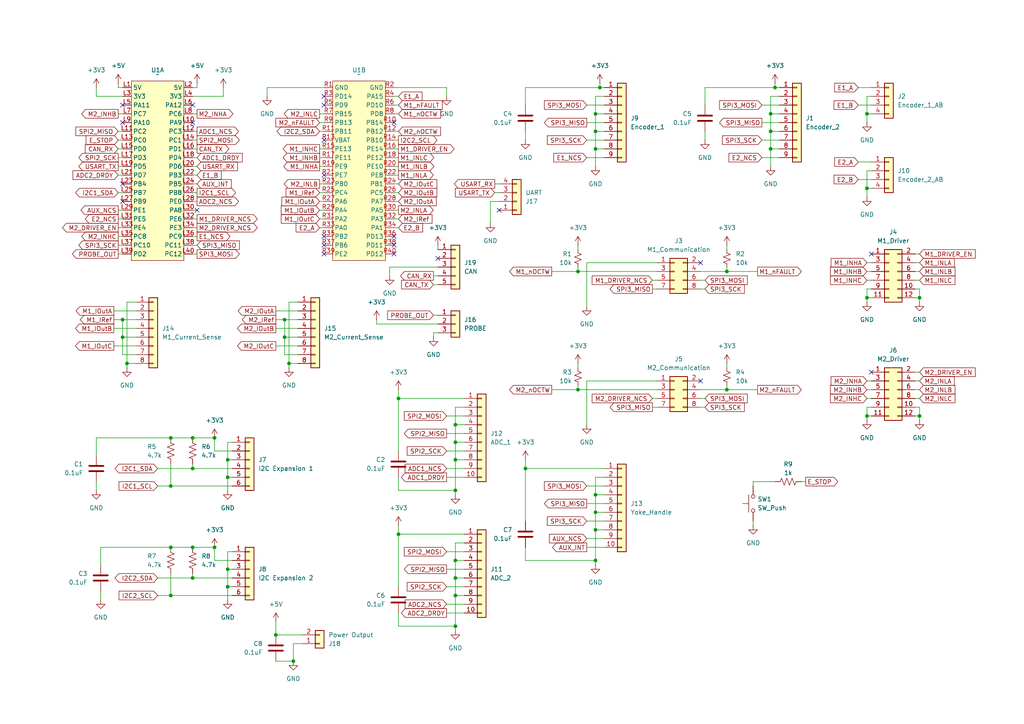
<source format=kicad_sch>
(kicad_sch (version 20250114) (generator "eeschema") (generator_version "9.0")
  (paper "A4")
  (junction (at 172.72 38.1))
  (junction (at 132.08 128.27))
  (junction (at 83.82 105.41))
  (junction (at 66.04 165.1))
  (junction (at 49.53 158.75))
  (junction (at 49.53 172.72))
  (junction (at 80.01 184.15))
  (junction (at 172.72 33.02))
  (junction (at 35.56 92.71))
  (junction (at 132.08 181.61))
  (junction (at 82.55 92.71))
  (junction (at 210.82 78.74))
  (junction (at 36.83 105.41))
  (junction (at 66.04 133.35))
  (junction (at 35.56 97.79))
  (junction (at 115.57 115.57))
  (junction (at 167.64 78.74))
  (junction (at 85.09 191.77))
  (junction (at 132.08 142.24))
  (junction (at 266.7 120.65))
  (junction (at 132.08 123.19))
  (junction (at 251.46 33.02))
  (junction (at 55.88 135.89))
  (junction (at 223.52 33.02))
  (junction (at 132.08 172.72))
  (junction (at 223.52 38.1))
  (junction (at 115.57 154.94))
  (junction (at 55.88 167.64))
  (junction (at 66.04 138.43))
  (junction (at 172.72 162.56))
  (junction (at 62.23 158.75))
  (junction (at 172.72 43.18))
  (junction (at 251.46 54.61))
  (junction (at 210.82 113.03))
  (junction (at 173.99 25.4))
  (junction (at 167.64 113.03))
  (junction (at 62.23 127))
  (junction (at 223.52 43.18))
  (junction (at 172.72 153.67))
  (junction (at 172.72 143.51))
  (junction (at 66.04 170.18))
  (junction (at 132.08 167.64))
  (junction (at 224.79 25.4))
  (junction (at 251.46 120.65))
  (junction (at 172.72 148.59))
  (junction (at 152.4 135.89))
  (junction (at 55.88 127))
  (junction (at 82.55 97.79))
  (junction (at 132.08 133.35))
  (junction (at 55.88 158.75))
  (junction (at 49.53 140.97))
  (junction (at 266.7 86.36))
  (junction (at 251.46 86.36))
  (junction (at 132.08 162.56))
  (junction (at 49.53 127))
  (no_connect (at 252.73 107.95))
  (no_connect (at 93.98 71.12))
  (no_connect (at 55.88 35.56))
  (no_connect (at 93.98 50.8))
  (no_connect (at 114.3 71.12))
  (no_connect (at 93.98 68.58))
  (no_connect (at 35.56 58.42))
  (no_connect (at 93.98 27.94))
  (no_connect (at 35.56 35.56))
  (no_connect (at 252.73 73.66))
  (no_connect (at 127 74.93))
  (no_connect (at 35.56 53.34))
  (no_connect (at 114.3 68.58))
  (no_connect (at 93.98 40.64))
  (no_connect (at 55.88 30.48))
  (no_connect (at 57.15 60.96))
  (no_connect (at 93.98 73.66))
  (no_connect (at 93.98 30.48))
  (no_connect (at 144.78 60.96))
  (no_connect (at 35.56 30.48))
  (no_connect (at 203.2 110.49))
  (no_connect (at 114.3 73.66))
  (no_connect (at 203.2 76.2))
  (no_connect (at 114.3 35.56))
  (wire (pts (xy 251.46 120.65) (xy 252.73 120.65)))
  (wire (pts (xy 82.55 97.79) (xy 86.36 97.79)))
  (wire (pts (xy 33.02 92.71) (xy 35.56 92.71)))
  (wire (pts (xy 220.98 30.48) (xy 226.06 30.48)))
  (wire (pts (xy 92.71 58.42) (xy 93.98 58.42)))
  (wire (pts (xy 223.52 43.18) (xy 226.06 43.18)))
  (wire (pts (xy 172.72 43.18) (xy 175.26 43.18)))
  (wire (pts (xy 55.88 45.72) (xy 57.15 45.72)))
  (wire (pts (xy 218.44 151.13) (xy 218.44 152.4)))
  (wire (pts (xy 35.56 102.87) (xy 39.37 102.87)))
  (wire (pts (xy 66.04 160.02) (xy 66.04 165.1)))
  (wire (pts (xy 223.52 33.02) (xy 226.06 33.02)))
  (wire (pts (xy 55.88 135.89) (xy 67.31 135.89)))
  (wire (pts (xy 55.88 58.42) (xy 57.15 58.42)))
  (wire (pts (xy 115.57 154.94) (xy 115.57 170.18)))
  (wire (pts (xy 34.29 68.58) (xy 35.56 68.58)))
  (wire (pts (xy 266.7 83.82) (xy 266.7 86.36)))
  (wire (pts (xy 27.94 139.7) (xy 27.94 142.24)))
  (wire (pts (xy 170.18 40.64) (xy 175.26 40.64)))
  (wire (pts (xy 210.82 77.47) (xy 210.82 78.74)))
  (wire (pts (xy 114.3 25.4) (xy 129.54 25.4)))
  (wire (pts (xy 57.15 48.26) (xy 55.88 48.26)))
  (wire (pts (xy 80.01 100.33) (xy 86.36 100.33)))
  (wire (pts (xy 265.43 76.2) (xy 266.7 76.2)))
  (wire (pts (xy 92.71 55.88) (xy 93.98 55.88)))
  (wire (pts (xy 210.82 113.03) (xy 219.71 113.03)))
  (wire (pts (xy 115.57 27.94) (xy 114.3 27.94)))
  (wire (pts (xy 172.72 143.51) (xy 172.72 148.59)))
  (wire (pts (xy 92.71 35.56) (xy 93.98 35.56)))
  (wire (pts (xy 49.53 172.72) (xy 67.31 172.72)))
  (wire (pts (xy 204.47 38.1) (xy 204.47 40.64)))
  (wire (pts (xy 57.15 40.64) (xy 55.88 40.64)))
  (wire (pts (xy 83.82 105.41) (xy 83.82 106.68)))
  (wire (pts (xy 170.18 76.2) (xy 170.18 88.9)))
  (wire (pts (xy 115.57 152.4) (xy 115.57 154.94)))
  (wire (pts (xy 132.08 142.24) (xy 132.08 143.51)))
  (wire (pts (xy 55.88 167.64) (xy 67.31 167.64)))
  (wire (pts (xy 83.82 87.63) (xy 83.82 105.41)))
  (wire (pts (xy 170.18 110.49) (xy 170.18 123.19)))
  (wire (pts (xy 55.88 25.4) (xy 57.15 25.4)))
  (wire (pts (xy 132.08 162.56) (xy 132.08 167.64)))
  (wire (pts (xy 86.36 87.63) (xy 83.82 87.63)))
  (wire (pts (xy 80.01 184.15) (xy 87.63 184.15)))
  (wire (pts (xy 115.57 45.72) (xy 114.3 45.72)))
  (wire (pts (xy 173.99 24.13) (xy 173.99 25.4)))
  (wire (pts (xy 175.26 27.94) (xy 172.72 27.94)))
  (wire (pts (xy 265.43 110.49) (xy 266.7 110.49)))
  (wire (pts (xy 251.46 54.61) (xy 252.73 54.61)))
  (wire (pts (xy 34.29 73.66) (xy 35.56 73.66)))
  (wire (pts (xy 64.77 27.94) (xy 55.88 27.94)))
  (wire (pts (xy 189.23 81.28) (xy 190.5 81.28)))
  (wire (pts (xy 115.57 115.57) (xy 134.62 115.57)))
  (wire (pts (xy 27.94 132.08) (xy 27.94 127)))
  (wire (pts (xy 34.29 66.04) (xy 35.56 66.04)))
  (wire (pts (xy 175.26 138.43) (xy 172.72 138.43)))
  (wire (pts (xy 172.72 148.59) (xy 175.26 148.59)))
  (wire (pts (xy 34.29 24.13) (xy 34.29 25.4)))
  (wire (pts (xy 134.62 157.48) (xy 132.08 157.48)))
  (wire (pts (xy 210.82 71.12) (xy 210.82 72.39)))
  (wire (pts (xy 210.82 105.41) (xy 210.82 106.68)))
  (wire (pts (xy 34.29 45.72) (xy 35.56 45.72)))
  (wire (pts (xy 92.71 45.72) (xy 93.98 45.72)))
  (wire (pts (xy 82.55 92.71) (xy 86.36 92.71)))
  (wire (pts (xy 210.82 78.74) (xy 219.71 78.74)))
  (wire (pts (xy 115.57 50.8) (xy 114.3 50.8)))
  (wire (pts (xy 115.57 43.18) (xy 114.3 43.18)))
  (wire (pts (xy 248.92 25.4) (xy 252.73 25.4)))
  (wire (pts (xy 33.02 90.17) (xy 39.37 90.17)))
  (wire (pts (xy 55.88 53.34) (xy 57.15 53.34)))
  (wire (pts (xy 220.98 45.72) (xy 226.06 45.72)))
  (wire (pts (xy 66.04 165.1) (xy 66.04 170.18)))
  (wire (pts (xy 34.29 71.12) (xy 35.56 71.12)))
  (wire (pts (xy 62.23 127) (xy 62.23 130.81)))
  (wire (pts (xy 66.04 165.1) (xy 67.31 165.1)))
  (wire (pts (xy 114.3 38.1) (xy 115.57 38.1)))
  (wire (pts (xy 152.4 133.35) (xy 152.4 135.89)))
  (wire (pts (xy 172.72 153.67) (xy 172.72 162.56)))
  (wire (pts (xy 129.54 138.43) (xy 134.62 138.43)))
  (wire (pts (xy 34.29 33.02) (xy 35.56 33.02)))
  (wire (pts (xy 49.53 172.72) (xy 45.72 172.72)))
  (wire (pts (xy 125.73 80.01) (xy 127 80.01)))
  (wire (pts (xy 45.72 135.89) (xy 55.88 135.89)))
  (wire (pts (xy 223.52 38.1) (xy 223.52 43.18)))
  (wire (pts (xy 265.43 115.57) (xy 266.7 115.57)))
  (wire (pts (xy 129.54 160.02) (xy 134.62 160.02)))
  (wire (pts (xy 134.62 118.11) (xy 132.08 118.11)))
  (wire (pts (xy 57.15 68.58) (xy 55.88 68.58)))
  (wire (pts (xy 125.73 91.44) (xy 127 91.44)))
  (wire (pts (xy 57.15 60.96) (xy 55.88 60.96)))
  (wire (pts (xy 92.71 48.26) (xy 93.98 48.26)))
  (wire (pts (xy 115.57 40.64) (xy 114.3 40.64)))
  (wire (pts (xy 172.72 27.94) (xy 172.72 33.02)))
  (wire (pts (xy 266.7 86.36) (xy 266.7 87.63)))
  (wire (pts (xy 203.2 118.11) (xy 204.47 118.11)))
  (wire (pts (xy 92.71 66.04) (xy 93.98 66.04)))
  (wire (pts (xy 55.88 127) (xy 62.23 127)))
  (wire (pts (xy 223.52 33.02) (xy 223.52 38.1)))
  (wire (pts (xy 34.29 63.5) (xy 35.56 63.5)))
  (wire (pts (xy 92.71 38.1) (xy 93.98 38.1)))
  (wire (pts (xy 152.4 30.48) (xy 152.4 25.4)))
  (wire (pts (xy 142.24 58.42) (xy 142.24 64.77)))
  (wire (pts (xy 129.54 135.89) (xy 134.62 135.89)))
  (wire (pts (xy 251.46 27.94) (xy 251.46 33.02)))
  (wire (pts (xy 218.44 139.7) (xy 218.44 140.97)))
  (wire (pts (xy 251.46 120.65) (xy 251.46 121.92)))
  (wire (pts (xy 132.08 133.35) (xy 132.08 142.24)))
  (wire (pts (xy 29.21 171.45) (xy 29.21 173.99)))
  (wire (pts (xy 27.94 27.94) (xy 35.56 27.94)))
  (wire (pts (xy 57.15 38.1) (xy 55.88 38.1)))
  (wire (pts (xy 160.02 78.74) (xy 167.64 78.74)))
  (wire (pts (xy 170.18 140.97) (xy 175.26 140.97)))
  (wire (pts (xy 132.08 123.19) (xy 134.62 123.19)))
  (wire (pts (xy 115.57 58.42) (xy 114.3 58.42)))
  (wire (pts (xy 170.18 45.72) (xy 175.26 45.72)))
  (wire (pts (xy 223.52 38.1) (xy 226.06 38.1)))
  (wire (pts (xy 252.73 83.82) (xy 251.46 83.82)))
  (wire (pts (xy 224.79 25.4) (xy 226.06 25.4)))
  (wire (pts (xy 57.15 25.4) (xy 57.15 24.13)))
  (wire (pts (xy 80.01 90.17) (xy 86.36 90.17)))
  (wire (pts (xy 189.23 115.57) (xy 190.5 115.57)))
  (wire (pts (xy 80.01 95.25) (xy 86.36 95.25)))
  (wire (pts (xy 34.29 55.88) (xy 35.56 55.88)))
  (wire (pts (xy 36.83 105.41) (xy 36.83 106.68)))
  (wire (pts (xy 132.08 181.61) (xy 132.08 182.88)))
  (wire (pts (xy 34.29 38.1) (xy 35.56 38.1)))
  (wire (pts (xy 57.15 71.12) (xy 55.88 71.12)))
  (wire (pts (xy 66.04 170.18) (xy 66.04 173.99)))
  (wire (pts (xy 248.92 46.99) (xy 252.73 46.99)))
  (wire (pts (xy 251.46 118.11) (xy 251.46 120.65)))
  (wire (pts (xy 170.18 156.21) (xy 175.26 156.21)))
  (wire (pts (xy 248.92 52.07) (xy 252.73 52.07)))
  (wire (pts (xy 115.57 53.34) (xy 114.3 53.34)))
  (wire (pts (xy 115.57 181.61) (xy 132.08 181.61)))
  (wire (pts (xy 129.54 175.26) (xy 134.62 175.26)))
  (wire (pts (xy 129.54 130.81) (xy 134.62 130.81)))
  (wire (pts (xy 170.18 151.13) (xy 175.26 151.13)))
  (wire (pts (xy 83.82 105.41) (xy 86.36 105.41)))
  (wire (pts (xy 34.29 43.18) (xy 35.56 43.18)))
  (wire (pts (xy 265.43 73.66) (xy 266.7 73.66)))
  (wire (pts (xy 109.22 92.71) (xy 109.22 93.98)))
  (wire (pts (xy 115.57 154.94) (xy 134.62 154.94)))
  (wire (pts (xy 265.43 118.11) (xy 266.7 118.11)))
  (wire (pts (xy 129.54 177.8) (xy 134.62 177.8)))
  (wire (pts (xy 57.15 33.02) (xy 55.88 33.02)))
  (wire (pts (xy 127 96.52) (xy 125.73 96.52)))
  (wire (pts (xy 87.63 186.69) (xy 85.09 186.69)))
  (wire (pts (xy 232.41 139.7) (xy 233.68 139.7)))
  (wire (pts (xy 251.46 113.03) (xy 252.73 113.03)))
  (wire (pts (xy 64.77 25.4) (xy 64.77 27.94)))
  (wire (pts (xy 92.71 33.02) (xy 93.98 33.02)))
  (wire (pts (xy 85.09 186.69) (xy 85.09 191.77)))
  (wire (pts (xy 223.52 27.94) (xy 223.52 33.02)))
  (wire (pts (xy 152.4 135.89) (xy 175.26 135.89)))
  (wire (pts (xy 33.02 95.25) (xy 39.37 95.25)))
  (wire (pts (xy 251.46 76.2) (xy 252.73 76.2)))
  (wire (pts (xy 125.73 96.52) (xy 125.73 97.79)))
  (wire (pts (xy 143.51 53.34) (xy 144.78 53.34)))
  (wire (pts (xy 204.47 30.48) (xy 204.47 25.4)))
  (wire (pts (xy 132.08 133.35) (xy 134.62 133.35)))
  (wire (pts (xy 220.98 35.56) (xy 226.06 35.56)))
  (wire (pts (xy 35.56 92.71) (xy 39.37 92.71)))
  (wire (pts (xy 29.21 163.83) (xy 29.21 158.75)))
  (wire (pts (xy 252.73 27.94) (xy 251.46 27.94)))
  (wire (pts (xy 172.72 33.02) (xy 175.26 33.02)))
  (wire (pts (xy 92.71 63.5) (xy 93.98 63.5)))
  (wire (pts (xy 35.56 97.79) (xy 35.56 102.87)))
  (wire (pts (xy 66.04 138.43) (xy 66.04 142.24)))
  (wire (pts (xy 115.57 115.57) (xy 115.57 130.81)))
  (wire (pts (xy 55.88 134.62) (xy 55.88 135.89)))
  (wire (pts (xy 49.53 140.97) (xy 45.72 140.97)))
  (wire (pts (xy 132.08 128.27) (xy 132.08 133.35)))
  (wire (pts (xy 66.04 138.43) (xy 67.31 138.43)))
  (wire (pts (xy 152.4 158.75) (xy 152.4 162.56)))
  (wire (pts (xy 49.53 134.62) (xy 49.53 140.97)))
  (wire (pts (xy 204.47 25.4) (xy 224.79 25.4)))
  (wire (pts (xy 114.3 30.48) (xy 115.57 30.48)))
  (wire (pts (xy 57.15 73.66) (xy 55.88 73.66)))
  (wire (pts (xy 251.46 115.57) (xy 252.73 115.57)))
  (wire (pts (xy 172.72 43.18) (xy 172.72 48.26)))
  (wire (pts (xy 251.46 83.82) (xy 251.46 86.36)))
  (wire (pts (xy 251.46 33.02) (xy 251.46 35.56)))
  (wire (pts (xy 252.73 49.53) (xy 251.46 49.53)))
  (wire (pts (xy 265.43 81.28) (xy 266.7 81.28)))
  (wire (pts (xy 129.54 170.18) (xy 134.62 170.18)))
  (wire (pts (xy 152.4 25.4) (xy 173.99 25.4)))
  (wire (pts (xy 265.43 78.74) (xy 266.7 78.74)))
  (wire (pts (xy 251.46 86.36) (xy 252.73 86.36)))
  (wire (pts (xy 167.64 111.76) (xy 167.64 113.03)))
  (wire (pts (xy 93.98 25.4) (xy 77.47 25.4)))
  (wire (pts (xy 203.2 81.28) (xy 204.47 81.28)))
  (wire (pts (xy 144.78 58.42) (xy 142.24 58.42)))
  (wire (pts (xy 226.06 27.94) (xy 223.52 27.94)))
  (wire (pts (xy 66.04 170.18) (xy 67.31 170.18)))
  (wire (pts (xy 49.53 158.75) (xy 55.88 158.75)))
  (wire (pts (xy 129.54 125.73) (xy 134.62 125.73)))
  (wire (pts (xy 251.46 33.02) (xy 252.73 33.02)))
  (wire (pts (xy 266.7 118.11) (xy 266.7 120.65)))
  (wire (pts (xy 203.2 83.82) (xy 204.47 83.82)))
  (wire (pts (xy 62.23 130.81) (xy 67.31 130.81)))
  (wire (pts (xy 49.53 140.97) (xy 67.31 140.97)))
  (wire (pts (xy 129.54 120.65) (xy 134.62 120.65)))
  (wire (pts (xy 66.04 133.35) (xy 67.31 133.35)))
  (wire (pts (xy 132.08 123.19) (xy 132.08 128.27)))
  (wire (pts (xy 80.01 180.34) (xy 80.01 184.15)))
  (wire (pts (xy 170.18 35.56) (xy 175.26 35.56)))
  (wire (pts (xy 172.72 162.56) (xy 172.72 163.83)))
  (wire (pts (xy 210.82 111.76) (xy 210.82 113.03)))
  (wire (pts (xy 170.18 146.05) (xy 175.26 146.05)))
  (wire (pts (xy 167.64 78.74) (xy 190.5 78.74)))
  (wire (pts (xy 27.94 127) (xy 49.53 127)))
  (wire (pts (xy 160.02 113.03) (xy 167.64 113.03)))
  (wire (pts (xy 218.44 139.7) (xy 224.79 139.7)))
  (wire (pts (xy 167.64 77.47) (xy 167.64 78.74)))
  (wire (pts (xy 35.56 97.79) (xy 39.37 97.79)))
  (wire (pts (xy 92.71 43.18) (xy 93.98 43.18)))
  (wire (pts (xy 251.46 110.49) (xy 252.73 110.49)))
  (wire (pts (xy 45.72 167.64) (xy 55.88 167.64)))
  (wire (pts (xy 77.47 25.4) (xy 77.47 27.94)))
  (wire (pts (xy 152.4 135.89) (xy 152.4 151.13)))
  (wire (pts (xy 172.72 38.1) (xy 172.72 43.18)))
  (wire (pts (xy 82.55 97.79) (xy 82.55 102.87)))
  (wire (pts (xy 92.71 60.96) (xy 93.98 60.96)))
  (wire (pts (xy 172.72 148.59) (xy 172.72 153.67)))
  (wire (pts (xy 115.57 138.43) (xy 115.57 142.24)))
  (wire (pts (xy 266.7 120.65) (xy 265.43 120.65)))
  (wire (pts (xy 189.23 83.82) (xy 190.5 83.82)))
  (wire (pts (xy 172.72 138.43) (xy 172.72 143.51)))
  (wire (pts (xy 62.23 158.75) (xy 62.23 162.56)))
  (wire (pts (xy 265.43 107.95) (xy 266.7 107.95)))
  (wire (pts (xy 29.21 158.75) (xy 49.53 158.75)))
  (wire (pts (xy 67.31 128.27) (xy 66.04 128.27)))
  (wire (pts (xy 129.54 165.1) (xy 134.62 165.1)))
  (wire (pts (xy 190.5 76.2) (xy 170.18 76.2)))
  (wire (pts (xy 132.08 167.64) (xy 132.08 172.72)))
  (wire (pts (xy 115.57 177.8) (xy 115.57 181.61)))
  (wire (pts (xy 39.37 87.63) (xy 36.83 87.63)))
  (wire (pts (xy 203.2 115.57) (xy 204.47 115.57)))
  (wire (pts (xy 127 77.47) (xy 113.03 77.47)))
  (wire (pts (xy 62.23 162.56) (xy 67.31 162.56)))
  (wire (pts (xy 203.2 78.74) (xy 210.82 78.74)))
  (wire (pts (xy 115.57 66.04) (xy 114.3 66.04)))
  (wire (pts (xy 57.15 63.5) (xy 55.88 63.5)))
  (wire (pts (xy 49.53 127) (xy 55.88 127)))
  (wire (pts (xy 265.43 83.82) (xy 266.7 83.82)))
  (wire (pts (xy 167.64 105.41) (xy 167.64 106.68)))
  (wire (pts (xy 127 71.12) (xy 127 72.39)))
  (wire (pts (xy 27.94 25.4) (xy 27.94 27.94)))
  (wire (pts (xy 55.88 43.18) (xy 57.15 43.18)))
  (wire (pts (xy 152.4 162.56) (xy 172.72 162.56)))
  (wire (pts (xy 132.08 172.72) (xy 132.08 181.61)))
  (wire (pts (xy 55.88 158.75) (xy 62.23 158.75)))
  (wire (pts (xy 33.02 100.33) (xy 39.37 100.33)))
  (wire (pts (xy 67.31 160.02) (xy 66.04 160.02)))
  (wire (pts (xy 113.03 77.47) (xy 113.03 80.01)))
  (wire (pts (xy 170.18 30.48) (xy 175.26 30.48)))
  (wire (pts (xy 57.15 55.88) (xy 55.88 55.88)))
  (wire (pts (xy 115.57 48.26) (xy 114.3 48.26)))
  (wire (pts (xy 172.72 38.1) (xy 175.26 38.1)))
  (wire (pts (xy 115.57 55.88) (xy 114.3 55.88)))
  (wire (pts (xy 248.92 30.48) (xy 252.73 30.48)))
  (wire (pts (xy 129.54 25.4) (xy 129.54 27.94)))
  (wire (pts (xy 170.18 158.75) (xy 175.26 158.75)))
  (wire (pts (xy 132.08 118.11) (xy 132.08 123.19)))
  (wire (pts (xy 125.73 82.55) (xy 127 82.55)))
  (wire (pts (xy 190.5 110.49) (xy 170.18 110.49)))
  (wire (pts (xy 172.72 153.67) (xy 175.26 153.67)))
  (wire (pts (xy 36.83 105.41) (xy 39.37 105.41)))
  (wire (pts (xy 251.46 78.74) (xy 252.73 78.74)))
  (wire (pts (xy 66.04 128.27) (xy 66.04 133.35)))
  (wire (pts (xy 251.46 86.36) (xy 251.46 87.63)))
  (wire (pts (xy 251.46 49.53) (xy 251.46 54.61)))
  (wire (pts (xy 251.46 81.28) (xy 252.73 81.28)))
  (wire (pts (xy 114.3 33.02) (xy 115.57 33.02)))
  (wire (pts (xy 34.29 40.64) (xy 35.56 40.64)))
  (wire (pts (xy 132.08 162.56) (xy 134.62 162.56)))
  (wire (pts (xy 80.01 92.71) (xy 82.55 92.71)))
  (wire (pts (xy 266.7 86.36) (xy 265.43 86.36)))
  (wire (pts (xy 143.51 55.88) (xy 144.78 55.88)))
  (wire (pts (xy 189.23 118.11) (xy 190.5 118.11)))
  (wire (pts (xy 127 93.98) (xy 109.22 93.98)))
  (wire (pts (xy 115.57 142.24) (xy 132.08 142.24)))
  (wire (pts (xy 132.08 167.64) (xy 134.62 167.64)))
  (wire (pts (xy 132.08 157.48) (xy 132.08 162.56)))
  (wire (pts (xy 34.29 25.4) (xy 35.56 25.4)))
  (wire (pts (xy 132.08 172.72) (xy 134.62 172.72)))
  (wire (pts (xy 57.15 66.04) (xy 55.88 66.04)))
  (wire (pts (xy 252.73 118.11) (xy 251.46 118.11)))
  (wire (pts (xy 173.99 25.4) (xy 175.26 25.4)))
  (wire (pts (xy 266.7 120.65) (xy 266.7 121.92)))
  (wire (pts (xy 34.29 48.26) (xy 35.56 48.26)))
  (wire (pts (xy 57.15 50.8) (xy 55.88 50.8)))
  (wire (pts (xy 251.46 54.61) (xy 251.46 57.15)))
  (wire (pts (xy 82.55 92.71) (xy 82.55 97.79)))
  (wire (pts (xy 80.01 191.77) (xy 85.09 191.77)))
  (wire (pts (xy 220.98 40.64) (xy 226.06 40.64)))
  (wire (pts (xy 172.72 143.51) (xy 175.26 143.51)))
  (wire (pts (xy 167.64 71.12) (xy 167.64 72.39)))
  (wire (pts (xy 203.2 113.03) (xy 210.82 113.03)))
  (wire (pts (xy 34.29 50.8) (xy 35.56 50.8)))
  (wire (pts (xy 223.52 43.18) (xy 223.52 48.26)))
  (wire (pts (xy 92.71 53.34) (xy 93.98 53.34)))
  (wire (pts (xy 115.57 113.03) (xy 115.57 115.57)))
  (wire (pts (xy 34.29 60.96) (xy 35.56 60.96)))
  (wire (pts (xy 35.56 92.71) (xy 35.56 97.79)))
  (wire (pts (xy 82.55 102.87) (xy 86.36 102.87)))
  (wire (pts (xy 49.53 166.37) (xy 49.53 172.72)))
  (wire (pts (xy 115.57 60.96) (xy 114.3 60.96)))
  (wire (pts (xy 167.64 113.03) (xy 190.5 113.03)))
  (wire (pts (xy 132.08 128.27) (xy 134.62 128.27)))
  (wire (pts (xy 115.57 63.5) (xy 114.3 63.5)))
  (wire (pts (xy 172.72 33.02) (xy 172.72 38.1)))
  (wire (pts (xy 36.83 87.63) (xy 36.83 105.41)))
  (wire (pts (xy 224.79 24.13) (xy 224.79 25.4)))
  (wire (pts (xy 66.04 133.35) (xy 66.04 138.43)))
  (wire (pts (xy 265.43 113.03) (xy 266.7 113.03)))
  (wire (pts (xy 152.4 38.1) (xy 152.4 40.64)))
  (wire (pts (xy 55.88 166.37) (xy 55.88 167.64)))
  (global_label "SPI2_MISO" (shape output) (at 129.54 125.73 180) (property "Intersheetrefs" "${INTERSHEET_REFS}" (effects (hide yes))))
  (global_label "M2_IOutC" (shape output) (at 80.01 100.33 180) (property "Intersheetrefs" "${INTERSHEET_REFS}" (effects (hide yes))))
  (global_label "M1_INHC" (shape output) (at 92.71 43.18 180) (property "Intersheetrefs" "${INTERSHEET_REFS}" (effects (hide yes))))
  (global_label "AUX_NCS" (shape input) (at 170.18 156.21 180) (property "Intersheetrefs" "${INTERSHEET_REFS}" (effects (hide yes))))
  (global_label "SPI2_MISO" (shape output) (at 129.54 165.1 180) (property "Intersheetrefs" "${INTERSHEET_REFS}" (effects (hide yes))))
  (global_label "M1_INHB" (shape input) (at 251.46 78.74 180) (property "Intersheetrefs" "${INTERSHEET_REFS}" (effects (hide yes))))
  (global_label "M2_INHA" (shape input) (at 251.46 110.49 180) (property "Intersheetrefs" "${INTERSHEET_REFS}" (effects (hide yes))))
  (global_label "I2C1_SDA" (shape bidirectional) (at 45.72 135.89 180) (property "Intersheetrefs" "${INTERSHEET_REFS}" (effects (hide yes))))
  (global_label "CAN_RX" (shape output) (at 125.73 80.01 180) (property "Intersheetrefs" "${INTERSHEET_REFS}" (effects (hide yes))))
  (global_label "E2_A" (shape input) (at 92.71 66.04 180) (property "Intersheetrefs" "${INTERSHEET_REFS}" (effects (hide yes))))
  (global_label "SPI2_SCK" (shape output) (at 34.29 45.72 180) (property "Intersheetrefs" "${INTERSHEET_REFS}" (effects (hide yes))))
  (global_label "I2C1_SDA" (shape bidirectional) (at 34.29 55.88 180) (property "Intersheetrefs" "${INTERSHEET_REFS}" (effects (hide yes))))
  (global_label "M2_INLB" (shape input) (at 266.7 113.03 0) (property "Intersheetrefs" "${INTERSHEET_REFS}" (effects (hide yes))))
  (global_label "M2_DRIVER_EN" (shape input) (at 266.7 107.95 0) (property "Intersheetrefs" "${INTERSHEET_REFS}" (effects (hide yes))))
  (global_label "M2_IRef" (shape input) (at 115.57 63.5 0) (property "Intersheetrefs" "${INTERSHEET_REFS}" (effects (hide yes))))
  (global_label "M1_INHC" (shape input) (at 251.46 81.28 180) (property "Intersheetrefs" "${INTERSHEET_REFS}" (effects (hide yes))))
  (global_label "M1_INLC" (shape input) (at 266.7 81.28 0) (property "Intersheetrefs" "${INTERSHEET_REFS}" (effects (hide yes))))
  (global_label "M2_IOutC" (shape input) (at 115.57 53.34 0) (property "Intersheetrefs" "${INTERSHEET_REFS}" (effects (hide yes))))
  (global_label "SPI3_SCK" (shape input) (at 204.47 118.11 0) (property "Intersheetrefs" "${INTERSHEET_REFS}" (effects (hide yes))))
  (global_label "M2_INLC" (shape output) (at 92.71 33.02 180) (property "Intersheetrefs" "${INTERSHEET_REFS}" (effects (hide yes))))
  (global_label "M1_DRIVER_NCS" (shape output) (at 57.15 63.5 0) (property "Intersheetrefs" "${INTERSHEET_REFS}" (effects (hide yes))))
  (global_label "SPI3_MOSI" (shape input) (at 204.47 81.28 0) (property "Intersheetrefs" "${INTERSHEET_REFS}" (effects (hide yes))))
  (global_label "E1_NCS" (shape input) (at 170.18 45.72 180) (property "Intersheetrefs" "${INTERSHEET_REFS}" (effects (hide yes))))
  (global_label "E1_A" (shape input) (at 248.92 25.4 180) (property "Intersheetrefs" "${INTERSHEET_REFS}" (effects (hide yes))))
  (global_label "ADC1_NCS" (shape output) (at 57.15 38.1 0) (property "Intersheetrefs" "${INTERSHEET_REFS}" (effects (hide yes))))
  (global_label "ADC1_DRDY" (shape input) (at 57.15 45.72 0) (property "Intersheetrefs" "${INTERSHEET_REFS}" (effects (hide yes))))
  (global_label "M1_nFAULT" (shape input) (at 115.57 30.48 0) (property "Intersheetrefs" "${INTERSHEET_REFS}" (effects (hide yes))))
  (global_label "M2_IOutB" (shape output) (at 80.01 95.25 180) (property "Intersheetrefs" "${INTERSHEET_REFS}" (effects (hide yes))))
  (global_label "SPI3_MOSI" (shape input) (at 170.18 30.48 180) (property "Intersheetrefs" "${INTERSHEET_REFS}" (effects (hide yes))))
  (global_label "CAN_TX" (shape input) (at 125.73 82.55 180) (property "Intersheetrefs" "${INTERSHEET_REFS}" (effects (hide yes))))
  (global_label "SPI3_MOSI" (shape input) (at 204.47 115.57 0) (property "Intersheetrefs" "${INTERSHEET_REFS}" (effects (hide yes))))
  (global_label "M2_INLA" (shape output) (at 115.57 60.96 0) (property "Intersheetrefs" "${INTERSHEET_REFS}" (effects (hide yes))))
  (global_label "M1_DRIVER_EN" (shape input) (at 266.7 73.66 0) (property "Intersheetrefs" "${INTERSHEET_REFS}" (effects (hide yes))))
  (global_label "SPI3_SCK" (shape input) (at 220.98 40.64 180) (property "Intersheetrefs" "${INTERSHEET_REFS}" (effects (hide yes))))
  (global_label "M2_INHB" (shape output) (at 34.29 33.02 180) (property "Intersheetrefs" "${INTERSHEET_REFS}" (effects (hide yes))))
  (global_label "USART_RX" (shape output) (at 143.51 53.34 180) (property "Intersheetrefs" "${INTERSHEET_REFS}" (effects (hide yes))))
  (global_label "SPI3_SCK" (shape input) (at 170.18 40.64 180) (property "Intersheetrefs" "${INTERSHEET_REFS}" (effects (hide yes))))
  (global_label "E_STOP" (shape output) (at 233.68 139.7 0) (property "Intersheetrefs" "${INTERSHEET_REFS}" (effects (hide yes))))
  (global_label "ADC1_DRDY" (shape output) (at 129.54 138.43 180) (property "Intersheetrefs" "${INTERSHEET_REFS}" (effects (hide yes))))
  (global_label "M1_IOutA" (shape input) (at 92.71 58.42 180) (property "Intersheetrefs" "${INTERSHEET_REFS}" (effects (hide yes))))
  (global_label "PROBE_OUT" (shape output) (at 34.29 73.66 180) (property "Intersheetrefs" "${INTERSHEET_REFS}" (effects (hide yes))))
  (global_label "AUX_INT" (shape input) (at 57.15 53.34 0) (property "Intersheetrefs" "${INTERSHEET_REFS}" (effects (hide yes))))
  (global_label "ADC2_DRDY" (shape output) (at 129.54 177.8 180) (property "Intersheetrefs" "${INTERSHEET_REFS}" (effects (hide yes))))
  (global_label "M2_DRIVER_NCS" (shape input) (at 189.23 115.57 180) (property "Intersheetrefs" "${INTERSHEET_REFS}" (effects (hide yes))))
  (global_label "M1_DRIVER_EN" (shape output) (at 115.57 43.18 0) (property "Intersheetrefs" "${INTERSHEET_REFS}" (effects (hide yes))))
  (global_label "E1_B" (shape input) (at 248.92 30.48 180) (property "Intersheetrefs" "${INTERSHEET_REFS}" (effects (hide yes))))
  (global_label "M2_INLB" (shape output) (at 92.71 53.34 180) (property "Intersheetrefs" "${INTERSHEET_REFS}" (effects (hide yes))))
  (global_label "M1_IOutB" (shape input) (at 92.71 60.96 180) (property "Intersheetrefs" "${INTERSHEET_REFS}" (effects (hide yes))))
  (global_label "SPI3_MISO" (shape output) (at 189.23 83.82 180) (property "Intersheetrefs" "${INTERSHEET_REFS}" (effects (hide yes))))
  (global_label "M2_IOutB" (shape input) (at 115.57 55.88 0) (property "Intersheetrefs" "${INTERSHEET_REFS}" (effects (hide yes))))
  (global_label "M1_INLA" (shape output) (at 115.57 50.8 0) (property "Intersheetrefs" "${INTERSHEET_REFS}" (effects (hide yes))))
  (global_label "SPI3_MOSI" (shape input) (at 170.18 140.97 180) (property "Intersheetrefs" "${INTERSHEET_REFS}" (effects (hide yes))))
  (global_label "M2_nFAULT" (shape input) (at 92.71 35.56 180) (property "Intersheetrefs" "${INTERSHEET_REFS}" (effects (hide yes))))
  (global_label "SPI2_SCK" (shape input) (at 129.54 170.18 180) (property "Intersheetrefs" "${INTERSHEET_REFS}" (effects (hide yes))))
  (global_label "M1_INHA" (shape input) (at 251.46 76.2 180) (property "Intersheetrefs" "${INTERSHEET_REFS}" (effects (hide yes))))
  (global_label "AUX_INT" (shape output) (at 170.18 158.75 180) (property "Intersheetrefs" "${INTERSHEET_REFS}" (effects (hide yes))))
  (global_label "ADC1_NCS" (shape input) (at 129.54 135.89 180) (property "Intersheetrefs" "${INTERSHEET_REFS}" (effects (hide yes))))
  (global_label "M2_IOutA" (shape input) (at 115.57 58.42 0) (property "Intersheetrefs" "${INTERSHEET_REFS}" (effects (hide yes))))
  (global_label "AUX_NCS" (shape output) (at 34.29 60.96 180) (property "Intersheetrefs" "${INTERSHEET_REFS}" (effects (hide yes))))
  (global_label "M1_INLB" (shape output) (at 115.57 48.26 0) (property "Intersheetrefs" "${INTERSHEET_REFS}" (effects (hide yes))))
  (global_label "E2_NCS" (shape output) (at 34.29 63.5 180) (property "Intersheetrefs" "${INTERSHEET_REFS}" (effects (hide yes))))
  (global_label "M1_IOutC" (shape output) (at 33.02 100.33 180) (property "Intersheetrefs" "${INTERSHEET_REFS}" (effects (hide yes))))
  (global_label "USART_TX" (shape input) (at 143.51 55.88 180) (property "Intersheetrefs" "${INTERSHEET_REFS}" (effects (hide yes))))
  (global_label "SPI3_MOSI" (shape input) (at 220.98 30.48 180) (property "Intersheetrefs" "${INTERSHEET_REFS}" (effects (hide yes))))
  (global_label "CAN_TX" (shape output) (at 57.15 43.18 0) (property "Intersheetrefs" "${INTERSHEET_REFS}" (effects (hide yes))))
  (global_label "SPI2_MOSI" (shape input) (at 129.54 120.65 180) (property "Intersheetrefs" "${INTERSHEET_REFS}" (effects (hide yes))))
  (global_label "SPI3_MISO" (shape input) (at 57.15 71.12 0) (property "Intersheetrefs" "${INTERSHEET_REFS}" (effects (hide yes))))
  (global_label "I2C2_SDA" (shape bidirectional) (at 92.71 38.1 180) (property "Intersheetrefs" "${INTERSHEET_REFS}" (effects (hide yes))))
  (global_label "M2_IRef" (shape output) (at 80.01 92.71 180) (property "Intersheetrefs" "${INTERSHEET_REFS}" (effects (hide yes))))
  (global_label "USART_TX" (shape output) (at 34.29 48.26 180) (property "Intersheetrefs" "${INTERSHEET_REFS}" (effects (hide yes))))
  (global_label "M2_INLC" (shape input) (at 266.7 115.57 0) (property "Intersheetrefs" "${INTERSHEET_REFS}" (effects (hide yes))))
  (global_label "M1_IOutB" (shape output) (at 33.02 95.25 180) (property "Intersheetrefs" "${INTERSHEET_REFS}" (effects (hide yes))))
  (global_label "M2_INHB" (shape input) (at 251.46 113.03 180) (property "Intersheetrefs" "${INTERSHEET_REFS}" (effects (hide yes))))
  (global_label "SPI3_MOSI" (shape output) (at 57.15 73.66 0) (property "Intersheetrefs" "${INTERSHEET_REFS}" (effects (hide yes))))
  (global_label "M1_DRIVER_NCS" (shape input) (at 189.23 81.28 180) (property "Intersheetrefs" "${INTERSHEET_REFS}" (effects (hide yes))))
  (global_label "I2C2_SCL" (shape input) (at 45.72 172.72 180) (property "Intersheetrefs" "${INTERSHEET_REFS}" (effects (hide yes))))
  (global_label "M1_INLA" (shape input) (at 266.7 76.2 0) (property "Intersheetrefs" "${INTERSHEET_REFS}" (effects (hide yes))))
  (global_label "E2_A" (shape input) (at 248.92 46.99 180) (property "Intersheetrefs" "${INTERSHEET_REFS}" (effects (hide yes))))
  (global_label "SPI2_SCK" (shape input) (at 129.54 130.81 180) (property "Intersheetrefs" "${INTERSHEET_REFS}" (effects (hide yes))))
  (global_label "CAN_RX" (shape input) (at 34.29 43.18 180) (property "Intersheetrefs" "${INTERSHEET_REFS}" (effects (hide yes))))
  (global_label "PROBE_OUT" (shape input) (at 125.73 91.44 180) (property "Intersheetrefs" "${INTERSHEET_REFS}" (effects (hide yes))))
  (global_label "M2_IOutA" (shape output) (at 80.01 90.17 180) (property "Intersheetrefs" "${INTERSHEET_REFS}" (effects (hide yes))))
  (global_label "SPI3_SCK" (shape input) (at 204.47 83.82 0) (property "Intersheetrefs" "${INTERSHEET_REFS}" (effects (hide yes))))
  (global_label "SPI2_MOSI" (shape input) (at 129.54 160.02 180) (property "Intersheetrefs" "${INTERSHEET_REFS}" (effects (hide yes))))
  (global_label "M2_nOCTW" (shape input) (at 115.57 38.1 0) (property "Intersheetrefs" "${INTERSHEET_REFS}" (effects (hide yes))))
  (global_label "SPI3_MISO" (shape output) (at 189.23 118.11 180) (property "Intersheetrefs" "${INTERSHEET_REFS}" (effects (hide yes))))
  (global_label "E2_B" (shape input) (at 115.57 66.04 0) (property "Intersheetrefs" "${INTERSHEET_REFS}" (effects (hide yes))))
  (global_label "SPI3_SCK" (shape input) (at 170.18 151.13 180) (property "Intersheetrefs" "${INTERSHEET_REFS}" (effects (hide yes))))
  (global_label "M1_INLB" (shape input) (at 266.7 78.74 0) (property "Intersheetrefs" "${INTERSHEET_REFS}" (effects (hide yes))))
  (global_label "SPI3_MISO" (shape output) (at 220.98 35.56 180) (property "Intersheetrefs" "${INTERSHEET_REFS}" (effects (hide yes))))
  (global_label "M2_nFAULT" (shape output) (at 219.71 113.03 0) (property "Intersheetrefs" "${INTERSHEET_REFS}" (effects (hide yes))))
  (global_label "SPI2_MOSI" (shape output) (at 57.15 40.64 0) (property "Intersheetrefs" "${INTERSHEET_REFS}" (effects (hide yes))))
  (global_label "E1_NCS" (shape output) (at 57.15 68.58 0) (property "Intersheetrefs" "${INTERSHEET_REFS}" (effects (hide yes))))
  (global_label "I2C1_SCL" (shape output) (at 57.15 55.88 0) (property "Intersheetrefs" "${INTERSHEET_REFS}" (effects (hide yes))))
  (global_label "M1_IRef" (shape input) (at 92.71 55.88 180) (property "Intersheetrefs" "${INTERSHEET_REFS}" (effects (hide yes))))
  (global_label "M1_nFAULT" (shape output) (at 219.71 78.74 0) (property "Intersheetrefs" "${INTERSHEET_REFS}" (effects (hide yes))))
  (global_label "M2_INHC" (shape input) (at 251.46 115.57 180) (property "Intersheetrefs" "${INTERSHEET_REFS}" (effects (hide yes))))
  (global_label "ADC2_NCS" (shape output) (at 57.15 58.42 0) (property "Intersheetrefs" "${INTERSHEET_REFS}" (effects (hide yes))))
  (global_label "SPI2_MISO" (shape input) (at 34.29 38.1 180) (property "Intersheetrefs" "${INTERSHEET_REFS}" (effects (hide yes))))
  (global_label "M2_DRIVER_NCS" (shape output) (at 57.15 66.04 0) (property "Intersheetrefs" "${INTERSHEET_REFS}" (effects (hide yes))))
  (global_label "ADC2_NCS" (shape input) (at 129.54 175.26 180) (property "Intersheetrefs" "${INTERSHEET_REFS}" (effects (hide yes))))
  (global_label "M2_INLA" (shape input) (at 266.7 110.49 0) (property "Intersheetrefs" "${INTERSHEET_REFS}" (effects (hide yes))))
  (global_label "M1_nOCTW" (shape output) (at 160.02 78.74 180) (property "Intersheetrefs" "${INTERSHEET_REFS}" (effects (hide yes))))
  (global_label "M2_DRIVER_EN" (shape output) (at 34.29 66.04 180) (property "Intersheetrefs" "${INTERSHEET_REFS}" (effects (hide yes))))
  (global_label "E2_NCS" (shape input) (at 220.98 45.72 180) (property "Intersheetrefs" "${INTERSHEET_REFS}" (effects (hide yes))))
  (global_label "I2C1_SCL" (shape input) (at 45.72 140.97 180) (property "Intersheetrefs" "${INTERSHEET_REFS}" (effects (hide yes))))
  (global_label "M1_INLC" (shape output) (at 115.57 45.72 0) (property "Intersheetrefs" "${INTERSHEET_REFS}" (effects (hide yes))))
  (global_label "M1_INHA" (shape output) (at 92.71 48.26 180) (property "Intersheetrefs" "${INTERSHEET_REFS}" (effects (hide yes))))
  (global_label "E1_B" (shape input) (at 57.15 50.8 0) (property "Intersheetrefs" "${INTERSHEET_REFS}" (effects (hide yes))))
  (global_label "SPI3_MISO" (shape output) (at 170.18 146.05 180) (property "Intersheetrefs" "${INTERSHEET_REFS}" (effects (hide yes))))
  (global_label "M1_IOutA" (shape output) (at 33.02 90.17 180) (property "Intersheetrefs" "${INTERSHEET_REFS}" (effects (hide yes))))
  (global_label "M1_INHB" (shape output) (at 92.71 45.72 180) (property "Intersheetrefs" "${INTERSHEET_REFS}" (effects (hide yes))))
  (global_label "M1_nOCTW" (shape input) (at 115.57 33.02 0) (property "Intersheetrefs" "${INTERSHEET_REFS}" (effects (hide yes))))
  (global_label "I2C2_SDA" (shape bidirectional) (at 45.72 167.64 180) (property "Intersheetrefs" "${INTERSHEET_REFS}" (effects (hide yes))))
  (global_label "M2_nOCTW" (shape output) (at 160.02 113.03 180) (property "Intersheetrefs" "${INTERSHEET_REFS}" (effects (hide yes))))
  (global_label "SPI3_MISO" (shape output) (at 170.18 35.56 180) (property "Intersheetrefs" "${INTERSHEET_REFS}" (effects (hide yes))))
  (global_label "M1_IRef" (shape output) (at 33.02 92.71 180) (property "Intersheetrefs" "${INTERSHEET_REFS}" (effects (hide yes))))
  (global_label "USART_RX" (shape input) (at 57.15 48.26 0) (property "Intersheetrefs" "${INTERSHEET_REFS}" (effects (hide yes))))
  (global_label "M2_INHC" (shape output) (at 34.29 68.58 180) (property "Intersheetrefs" "${INTERSHEET_REFS}" (effects (hide yes))))
  (global_label "M1_IOutC" (shape input) (at 92.71 63.5 180) (property "Intersheetrefs" "${INTERSHEET_REFS}" (effects (hide yes))))
  (global_label "E_STOP" (shape input) (at 34.29 40.64 180) (property "Intersheetrefs" "${INTERSHEET_REFS}" (effects (hide yes))))
  (global_label "ADC2_DRDY" (shape input) (at 34.29 50.8 180) (property "Intersheetrefs" "${INTERSHEET_REFS}" (effects (hide yes))))
  (global_label "E1_A" (shape input) (at 115.57 27.94 0) (property "Intersheetrefs" "${INTERSHEET_REFS}" (effects (hide yes))))
  (global_label "SPI3_SCK" (shape output) (at 34.29 71.12 180) (property "Intersheetrefs" "${INTERSHEET_REFS}" (effects (hide yes))))
  (global_label "M2_INHA" (shape output) (at 57.15 33.02 0) (property "Intersheetrefs" "${INTERSHEET_REFS}" (effects (hide yes))))
  (global_label "E2_B" (shape input) (at 248.92 52.07 180) (property "Intersheetrefs" "${INTERSHEET_REFS}" (effects (hide yes))))
  (global_label "I2C2_SCL" (shape output) (at 115.57 40.64 0) (property "Intersheetrefs" "${INTERSHEET_REFS}" (effects (hide yes))))
  (symbol (lib_id "power:GND") (at 251.46 57.15 0) (unit 1)
    (property "Reference" "#PWR04" (effects (hide yes)))
    (property "Value" "GND" (at 251.46 62.23 0))
    (property "Description" "Power symbol creates a global label with name \"GND\" , ground" (effects (hide yes)))
  )
  (symbol (lib_id "power:+3V3") (at 62.23 158.75 0) (unit 1)
    (property "Reference" "#PWR021" (effects (hide yes)))
    (property "Value" "+3V3" (at 62.23 153.67 0))
    (property "Description" "Power symbol creates a global label with name \"+3V3\"" (effects (hide yes)))
  )
  (symbol (lib_id "power:+3V3") (at 167.64 71.12 0) (unit 1)
    (property "Reference" "#PWR06" (effects (hide yes)))
    (property "Value" "+3V3" (at 167.64 66.04 0))
    (property "Description" "Power symbol creates a global label with name \"+3V3\"" (effects (hide yes)))
  )
  (symbol (lib_id "Connector_Generic:Conn_01x02") (at 92.71 186.69 0) (mirror x) (unit 1)
    (property "Reference" "J18" (at 95.25 186.6901 0) (effects (justify left)))
    (property "Value" "Power Output" (at 95.25 184.1501 0) (effects (justify left)))
    (property "Footprint" "Connector_PinHeader_2.54mm:PinHeader_1x02_P2.54mm_Vertical" (effects (hide yes)))
    (property "Description" "Generic connector, single row, 01x02, script generated (kicad-library-utils/schlib/autogen/connector/)" (effects (hide yes)))
  )
  (symbol (lib_id "power:GND") (at 251.46 87.63 0) (unit 1)
    (property "Reference" "#PWR014" (effects (hide yes)))
    (property "Value" "GND" (at 251.46 92.71 0))
    (property "Description" "Power symbol creates a global label with name \"GND\" , ground" (effects (hide yes)))
  )
  (symbol (lib_id "Connector_Generic:Conn_02x06_Odd_Even") (at 257.81 78.74 0) (unit 1)
    (property "Reference" "J4" (at 259.08 67.31 0))
    (property "Value" "M1_Driver" (at 259.08 69.85 0))
    (property "Footprint" "Connector_PinHeader_2.54mm:PinHeader_2x06_P2.54mm_Vertical" (effects (hide yes)))
    (property "Description" "Generic connector, double row, 02x06, odd/even pin numbering scheme (row 1 odd numbers, row 2 even numbers), script generated (kicad-library-utils/schlib/autogen/connector/)" (effects (hide yes)))
  )
  (symbol (lib_id "power:GND") (at 170.18 88.9 0) (unit 1)
    (property "Reference" "#PWR05" (effects (hide yes)))
    (property "Value" "GND" (at 170.18 93.98 0))
    (property "Description" "Power symbol creates a global label with name \"GND\" , ground" (effects (hide yes)))
  )
  (symbol (lib_id "power:GND") (at 27.94 142.24 0) (mirror y) (unit 1)
    (property "Reference" "#PWR025" (effects (hide yes)))
    (property "Value" "GND" (at 27.94 147.32 0))
    (property "Description" "Power symbol creates a global label with name \"GND\" , ground" (effects (hide yes)))
  )
  (symbol (lib_id "power:+5V") (at 57.15 24.13 0) (unit 1)
    (property "Reference" "#PWR013" (effects (hide yes)))
    (property "Value" "+5V" (at 57.15 19.05 0))
    (property "Description" "Power symbol creates a global label with name \"+5V\"" (effects (hide yes)))
  )
  (symbol (lib_id "Connector_Generic:Conn_01x08") (at 91.44 95.25 0) (unit 1)
    (property "Reference" "J15" (at 93.98 95.2499 0) (effects (justify left)))
    (property "Value" "M2_Current_Sense" (at 93.98 97.7899 0) (effects (justify left)))
    (property "Footprint" "Connector_JST:JST_PH_B8B-PH-K_1x08_P2.00mm_Vertical" (effects (hide yes)))
    (property "Description" "Generic connector, single row, 01x08, script generated (kicad-library-utils/schlib/autogen/connector/)" (effects (hide yes)))
  )
  (symbol (lib_id "Connector_Generic:Conn_01x10") (at 139.7 165.1 0) (unit 1)
    (property "Reference" "J11" (at 142.24 165.0999 0) (effects (justify left)))
    (property "Value" "ADC_2" (at 142.24 167.6399 0) (effects (justify left)))
    (property "Footprint" "Connector_JST:JST_PH_B10B-PH-K_1x10_P2.00mm_Vertical" (effects (hide yes)))
    (property "Description" "Generic connector, single row, 01x10, script generated (kicad-library-utils/schlib/autogen/connector/)" (effects (hide yes)))
  )
  (symbol (lib_id "power:+3V3") (at 127 71.12 0) (unit 1)
    (property "Reference" "#PWR046" (effects (hide yes)))
    (property "Value" "+3V3" (at 127 66.04 0))
    (property "Description" "Power symbol creates a global label with name \"+3V3\"" (effects (hide yes)))
  )
  (symbol (lib_id "power:GND") (at 172.72 48.26 0) (unit 1)
    (property "Reference" "#PWR026" (effects (hide yes)))
    (property "Value" "GND" (at 172.72 53.34 0))
    (property "Description" "Power symbol creates a global label with name \"GND\" , ground" (effects (hide yes)))
  )
  (symbol (lib_id "power:+5V") (at 80.01 180.34 0) (unit 1)
    (property "Reference" "#PWR043" (effects (hide yes)))
    (property "Value" "+5V" (at 80.01 175.26 0))
    (property "Description" "Power symbol creates a global label with name \"+5V\"" (effects (hide yes)))
  )
  (symbol (lib_id "Device:C") (at 115.57 173.99 0) (mirror y) (unit 1)
    (property "Reference" "C6" (at 111.76 172.7199 0) (effects (justify left)))
    (property "Value" "0.1uF" (at 111.76 175.2599 0) (effects (justify left)))
    (property "Footprint" "Capacitor_SMD:C_0603_1608Metric_Pad1.08x0.95mm_HandSolder" (effects (hide yes)))
    (property "Description" "Unpolarized capacitor" (effects (hide yes)))
  )
  (symbol (lib_id "Connector_Generic:Conn_02x06_Odd_Even") (at 257.81 113.03 0) (unit 1)
    (property "Reference" "J6" (at 259.08 101.6 0))
    (property "Value" "M2_Driver" (at 259.08 104.14 0))
    (property "Footprint" "Connector_PinHeader_2.54mm:PinHeader_2x06_P2.54mm_Vertical" (effects (hide yes)))
    (property "Description" "Generic connector, double row, 02x06, odd/even pin numbering scheme (row 1 odd numbers, row 2 even numbers), script generated (kicad-library-utils/schlib/autogen/connector/)" (effects (hide yes)))
  )
  (symbol (lib_id "Device:C") (at 152.4 154.94 0) (mirror y) (unit 1)
    (property "Reference" "C7" (at 148.59 153.6699 0) (effects (justify left)))
    (property "Value" "0.1uF" (at 148.59 156.2099 0) (effects (justify left)))
    (property "Footprint" "Capacitor_SMD:C_0603_1608Metric_Pad1.08x0.95mm_HandSolder" (effects (hide yes)))
    (property "Description" "Unpolarized capacitor" (effects (hide yes)))
  )
  (symbol (lib_id "Connector_Generic:Conn_01x10") (at 180.34 146.05 0) (unit 1)
    (property "Reference" "J13" (at 182.88 146.0499 0) (effects (justify left)))
    (property "Value" "Yoke_Handle" (at 182.88 148.5899 0) (effects (justify left)))
    (property "Footprint" "Connector_JST:JST_PH_B10B-PH-K_1x10_P2.00mm_Vertical" (effects (hide yes)))
    (property "Description" "Generic connector, single row, 01x10, script generated (kicad-library-utils/schlib/autogen/connector/)" (effects (hide yes)))
  )
  (symbol (lib_id "power:GND") (at 66.04 142.24 0) (mirror y) (unit 1)
    (property "Reference" "#PWR022" (effects (hide yes)))
    (property "Value" "GND" (at 66.04 147.32 0))
    (property "Description" "Power symbol creates a global label with name \"GND\" , ground" (effects (hide yes)))
  )
  (symbol (lib_id "power:GND") (at 66.04 173.99 0) (mirror y) (unit 1)
    (property "Reference" "#PWR024" (effects (hide yes)))
    (property "Value" "GND" (at 66.04 179.07 0))
    (property "Description" "Power symbol creates a global label with name \"GND\" , ground" (effects (hide yes)))
  )
  (symbol (lib_id "Connector_Generic:Conn_01x06") (at 72.39 165.1 0) (unit 1)
    (property "Reference" "J8" (at 74.93 165.0999 0) (effects (justify left)))
    (property "Value" "I2C Expansion 2" (at 74.93 167.6399 0) (effects (justify left)))
    (property "Footprint" "Connector_JST:JST_PH_B6B-PH-K_1x06_P2.00mm_Vertical" (effects (hide yes)))
    (property "Description" "Generic connector, single row, 01x06, script generated (kicad-library-utils/schlib/autogen/connector/)" (effects (hide yes)))
  )
  (symbol (lib_id "Connector_Generic:Conn_02x04_Odd_Even") (at 195.58 113.03 0) (unit 1)
    (property "Reference" "J5" (at 196.85 104.14 0))
    (property "Value" "M2_Communication" (at 196.85 106.68 0))
    (property "Footprint" "Connector_PinHeader_2.54mm:PinHeader_2x04_P2.54mm_Vertical" (effects (hide yes)))
    (property "Description" "Generic connector, double row, 02x04, odd/even pin numbering scheme (row 1 odd numbers, row 2 even numbers), script generated (kicad-library-utils/schlib/autogen/connector/)" (effects (hide yes)))
  )
  (symbol (lib_id "power:GND") (at 113.03 80.01 0) (mirror y) (unit 1)
    (property "Reference" "#PWR045" (effects (hide yes)))
    (property "Value" "GND" (at 113.03 85.09 0))
    (property "Description" "Power symbol creates a global label with name \"GND\" , ground" (effects (hide yes)))
  )
  (symbol (lib_id "power:+3V3") (at 152.4 133.35 0) (unit 1)
    (property "Reference" "#PWR035" (effects (hide yes)))
    (property "Value" "+3V3" (at 152.4 128.27 0))
    (property "Description" "Power symbol creates a global label with name \"+3V3\"" (effects (hide yes)))
  )
  (symbol (lib_id "Connector_Generic:Conn_01x05") (at 132.08 77.47 0) (unit 1)
    (property "Reference" "J19" (at 134.62 76.1999 0) (effects (justify left)))
    (property "Value" "CAN" (at 134.62 78.7399 0) (effects (justify left)))
    (property "Footprint" "Connector_PinHeader_2.54mm:PinHeader_1x05_P2.54mm_Vertical" (effects (hide yes)))
    (property "Description" "Generic connector, single row, 01x05, script generated (kicad-library-utils/schlib/autogen/connector/)" (effects (hide yes)))
  )
  (symbol (lib_id "power:GND") (at 204.47 40.64 0) (mirror y) (unit 1)
    (property "Reference" "#PWR032" (effects (hide yes)))
    (property "Value" "GND" (at 204.47 45.72 0))
    (property "Description" "Power symbol creates a global label with name \"GND\" , ground" (effects (hide yes)))
  )
  (symbol (lib_id "FK743M3:FK743M3-VGT6") (at 45.72 49.53 0) (unit 1)
    (property "Reference" "U1" (at 45.72 20.32 0))
    (property "Value" "~" (at 45.72 21.59 0))
    (property "Footprint" "FK743M3:FK743M3-VGT6" (effects (hide yes)))
  )
  (symbol (lib_id "Device:R_US") (at 55.88 130.81 0) (unit 1)
    (property "Reference" "R6" (at 58.42 129.5399 0) (effects (justify left)))
    (property "Value" "4.7k" (at 58.42 132.0799 0) (effects (justify left)))
    (property "Footprint" "Resistor_SMD:R_0603_1608Metric_Pad0.98x0.95mm_HandSolder" (effects (hide yes)))
    (property "Description" "Resistor, US symbol" (effects (hide yes)))
  )
  (symbol (lib_id "power:+3V3") (at 115.57 113.03 0) (unit 1)
    (property "Reference" "#PWR028" (effects (hide yes)))
    (property "Value" "+3V3" (at 115.57 107.95 0))
    (property "Description" "Power symbol creates a global label with name \"+3V3\"" (effects (hide yes)))
  )
  (symbol (lib_id "power:GND") (at 172.72 163.83 0) (unit 1)
    (property "Reference" "#PWR036" (effects (hide yes)))
    (property "Value" "GND" (at 172.72 168.91 0))
    (property "Description" "Power symbol creates a global label with name \"GND\" , ground" (effects (hide yes)))
  )
  (symbol (lib_id "Device:R_Small_US") (at 210.82 109.22 0) (unit 1)
    (property "Reference" "R4" (at 213.36 107.9499 0) (effects (justify left)))
    (property "Value" "10k" (at 213.36 110.4899 0) (effects (justify left)))
    (property "Footprint" "Resistor_SMD:R_0603_1608Metric_Pad0.98x0.95mm_HandSolder" (effects (hide yes)))
    (property "Description" "Resistor, small US symbol" (effects (hide yes)))
  )
  (symbol (lib_id "power:+3V3") (at 62.23 127 0) (unit 1)
    (property "Reference" "#PWR023" (effects (hide yes)))
    (property "Value" "+3V3" (at 62.23 121.92 0))
    (property "Description" "Power symbol creates a global label with name \"+3V3\"" (effects (hide yes)))
  )
  (symbol (lib_id "power:GND") (at 85.09 191.77 0) (unit 1)
    (property "Reference" "#PWR044" (effects (hide yes)))
    (property "Value" "GND" (at 85.09 196.85 0))
    (property "Description" "Power symbol creates a global label with name \"GND\" , ground" (effects (hide yes)))
  )
  (symbol (lib_id "power:+3V3") (at 173.99 24.13 0) (unit 1)
    (property "Reference" "#PWR027" (effects (hide yes)))
    (property "Value" "+3V3" (at 173.99 19.05 0))
    (property "Description" "Power symbol creates a global label with name \"+3V3\"" (effects (hide yes)))
  )
  (symbol (lib_id "Device:R_Small_US") (at 210.82 74.93 0) (unit 1)
    (property "Reference" "R2" (at 213.36 73.6599 0) (effects (justify left)))
    (property "Value" "10k" (at 213.36 76.1999 0) (effects (justify left)))
    (property "Footprint" "Resistor_SMD:R_0603_1608Metric_Pad0.98x0.95mm_HandSolder" (effects (hide yes)))
    (property "Description" "Resistor, small US symbol" (effects (hide yes)))
  )
  (symbol (lib_id "Connector_Generic:Conn_01x10") (at 139.7 125.73 0) (unit 1)
    (property "Reference" "J12" (at 142.24 125.7299 0) (effects (justify left)))
    (property "Value" "ADC_1" (at 142.24 128.2699 0) (effects (justify left)))
    (property "Footprint" "Connector_JST:JST_PH_B10B-PH-K_1x10_P2.00mm_Vertical" (effects (hide yes)))
    (property "Description" "Generic connector, single row, 01x10, script generated (kicad-library-utils/schlib/autogen/connector/)" (effects (hide yes)))
  )
  (symbol (lib_id "power:+3V3") (at 64.77 25.4 0) (unit 1)
    (property "Reference" "#PWR09" (effects (hide yes)))
    (property "Value" "+3V3" (at 64.77 20.32 0))
    (property "Description" "Power symbol creates a global label with name \"+3V3\"" (effects (hide yes)))
  )
  (symbol (lib_id "Device:C") (at 152.4 34.29 0) (mirror y) (unit 1)
    (property "Reference" "C4" (at 148.59 33.0199 0) (effects (justify left)))
    (property "Value" "0.1uF" (at 148.59 35.5599 0) (effects (justify left)))
    (property "Footprint" "Capacitor_SMD:C_0603_1608Metric_Pad1.08x0.95mm_HandSolder" (effects (hide yes)))
    (property "Description" "Unpolarized capacitor" (effects (hide yes)))
  )
  (symbol (lib_id "power:+3V3") (at 210.82 105.41 0) (unit 1)
    (property "Reference" "#PWR018" (effects (hide yes)))
    (property "Value" "+3V3" (at 210.82 100.33 0))
    (property "Description" "Power symbol creates a global label with name \"+3V3\"" (effects (hide yes)))
  )
  (symbol (lib_id "power:GND") (at 223.52 48.26 0) (unit 1)
    (property "Reference" "#PWR01" (effects (hide yes)))
    (property "Value" "GND" (at 223.52 53.34 0))
    (property "Description" "Power symbol creates a global label with name \"GND\" , ground" (effects (hide yes)))
  )
  (symbol (lib_id "power:+3V3") (at 167.64 105.41 0) (unit 1)
    (property "Reference" "#PWR016" (effects (hide yes)))
    (property "Value" "+3V3" (at 167.64 100.33 0))
    (property "Description" "Power symbol creates a global label with name \"+3V3\"" (effects (hide yes)))
  )
  (symbol (lib_id "power:+3V3") (at 27.94 25.4 0) (unit 1)
    (property "Reference" "#PWR08" (effects (hide yes)))
    (property "Value" "+3V3" (at 27.94 20.32 0))
    (property "Description" "Power symbol creates a global label with name \"+3V3\"" (effects (hide yes)))
  )
  (symbol (lib_id "power:+3V3") (at 115.57 152.4 0) (unit 1)
    (property "Reference" "#PWR033" (effects (hide yes)))
    (property "Value" "+3V3" (at 115.57 147.32 0))
    (property "Description" "Power symbol creates a global label with name \"+3V3\"" (effects (hide yes)))
  )
  (symbol (lib_id "power:GND") (at 251.46 35.56 0) (unit 1)
    (property "Reference" "#PWR03" (effects (hide yes)))
    (property "Value" "GND" (at 251.46 40.64 0))
    (property "Description" "Power symbol creates a global label with name \"GND\" , ground" (effects (hide yes)))
  )
  (symbol (lib_id "power:GND") (at 83.82 106.68 0) (mirror y) (unit 1)
    (property "Reference" "#PWR038" (effects (hide yes)))
    (property "Value" "GND" (at 83.82 111.76 0))
    (property "Description" "Power symbol creates a global label with name \"GND\" , ground" (effects (hide yes)))
  )
  (symbol (lib_id "power:+3V3") (at 109.22 92.71 0) (unit 1)
    (property "Reference" "#PWR042" (effects (hide yes)))
    (property "Value" "+3V3" (at 109.22 87.63 0))
    (property "Description" "Power symbol creates a global label with name \"+3V3\"" (effects (hide yes)))
  )
  (symbol (lib_id "Connector_Generic:Conn_01x09") (at 180.34 35.56 0) (unit 1)
    (property "Reference" "J9" (at 182.88 34.2899 0) (effects (justify left)))
    (property "Value" "Encoder_1" (at 182.88 36.8299 0) (effects (justify left)))
    (property "Footprint" "Connector_JST:JST_PH_B9B-PH-K_1x09_P2.00mm_Vertical" (effects (hide yes)))
    (property "Description" "Generic connector, single row, 01x09, script generated (kicad-library-utils/schlib/autogen/connector/)" (effects (hide yes)))
  )
  (symbol (lib_id "power:GND") (at 266.7 121.92 0) (unit 1)
    (property "Reference" "#PWR020" (effects (hide yes)))
    (property "Value" "GND" (at 266.7 127 0))
    (property "Description" "Power symbol creates a global label with name \"GND\" , ground" (effects (hide yes)))
  )
  (symbol (lib_id "Device:C") (at 204.47 34.29 0) (mirror y) (unit 1)
    (property "Reference" "C5" (at 200.66 33.0199 0) (effects (justify left)))
    (property "Value" "0.1uF" (at 200.66 35.5599 0) (effects (justify left)))
    (property "Footprint" "Capacitor_SMD:C_0603_1608Metric_Pad1.08x0.95mm_HandSolder" (effects (hide yes)))
    (property "Description" "Unpolarized capacitor" (effects (hide yes)))
  )
  (symbol (lib_id "Device:R_US") (at 228.6 139.7 270) (unit 1)
    (property "Reference" "R9" (at 228.6 134.62 90))
    (property "Value" "1k" (at 228.6 137.16 90))
    (property "Footprint" "Resistor_SMD:R_0603_1608Metric_Pad0.98x0.95mm_HandSolder" (effects (hide yes)))
    (property "Description" "Resistor, US symbol" (effects (hide yes)))
  )
  (symbol (lib_id "power:GND") (at 170.18 123.19 0) (unit 1)
    (property "Reference" "#PWR017" (effects (hide yes)))
    (property "Value" "GND" (at 170.18 128.27 0))
    (property "Description" "Power symbol creates a global label with name \"GND\" , ground" (effects (hide yes)))
  )
  (symbol (lib_id "Device:R_US") (at 49.53 162.56 0) (unit 1)
    (property "Reference" "R7" (at 42.672 161.29 0) (effects (justify left)))
    (property "Value" "4.7k" (at 42.672 163.83 0) (effects (justify left)))
    (property "Footprint" "Resistor_SMD:R_0603_1608Metric_Pad0.98x0.95mm_HandSolder" (effects (hide yes)))
    (property "Description" "Resistor, US symbol" (effects (hide yes)))
  )
  (symbol (lib_id "Device:R_Small_US") (at 167.64 74.93 0) (unit 1)
    (property "Reference" "R1" (at 165.862 73.66 0) (effects (justify right)))
    (property "Value" "10k" (at 165.862 76.2 0) (effects (justify right)))
    (property "Footprint" "Resistor_SMD:R_0603_1608Metric_Pad0.98x0.95mm_HandSolder" (effects (hide yes)))
    (property "Description" "Resistor, small US symbol" (effects (hide yes)))
  )
  (symbol (lib_id "power:+5V") (at 34.29 24.13 0) (unit 1)
    (property "Reference" "#PWR012" (effects (hide yes)))
    (property "Value" "+5V" (at 34.29 19.05 0))
    (property "Description" "Power symbol creates a global label with name \"+5V\"" (effects (hide yes)))
  )
  (symbol (lib_id "Switch:SW_Push") (at 218.44 146.05 90) (unit 1)
    (property "Reference" "SW1" (at 219.71 144.7799 90) (effects (justify right)))
    (property "Value" "SW_Push" (at 219.71 147.3199 90) (effects (justify right)))
    (property "Footprint" "Connector_JST:JST_PH_B2B-PH-K_1x02_P2.00mm_Vertical" (effects (hide yes)))
    (property "Description" "Push button switch, generic, two pins" (effects (hide yes)))
  )
  (symbol (lib_id "power:GND") (at 251.46 121.92 0) (unit 1)
    (property "Reference" "#PWR019" (effects (hide yes)))
    (property "Value" "GND" (at 251.46 127 0))
    (property "Description" "Power symbol creates a global label with name \"GND\" , ground" (effects (hide yes)))
  )
  (symbol (lib_id "power:GND") (at 132.08 143.51 0) (unit 1)
    (property "Reference" "#PWR029" (effects (hide yes)))
    (property "Value" "GND" (at 132.08 148.59 0))
    (property "Description" "Power symbol creates a global label with name \"GND\" , ground" (effects (hide yes)))
  )
  (symbol (lib_id "power:GND") (at 142.24 64.77 0) (mirror y) (unit 1)
    (property "Reference" "#PWR040" (effects (hide yes)))
    (property "Value" "GND" (at 142.24 69.85 0))
    (property "Description" "Power symbol creates a global label with name \"GND\" , ground" (effects (hide yes)))
  )
  (symbol (lib_id "power:GND") (at 129.54 27.94 0) (unit 1)
    (property "Reference" "#PWR011" (effects (hide yes)))
    (property "Value" "GND" (at 129.54 33.02 0))
    (property "Description" "Power symbol creates a global label with name \"GND\" , ground" (effects (hide yes)))
  )
  (symbol (lib_id "Device:C") (at 27.94 135.89 0) (mirror y) (unit 1)
    (property "Reference" "C1" (at 24.13 134.6199 0) (effects (justify left)))
    (property "Value" "0.1uF" (at 24.13 137.1599 0) (effects (justify left)))
    (property "Footprint" "Capacitor_SMD:C_0603_1608Metric_Pad1.08x0.95mm_HandSolder" (effects (hide yes)))
    (property "Description" "Unpolarized capacitor" (effects (hide yes)))
  )
  (symbol (lib_id "Device:R_Small_US") (at 167.64 109.22 0) (unit 1)
    (property "Reference" "R3" (at 165.862 107.95 0) (effects (justify right)))
    (property "Value" "10k" (at 165.862 110.49 0) (effects (justify right)))
    (property "Footprint" "Resistor_SMD:R_0603_1608Metric_Pad0.98x0.95mm_HandSolder" (effects (hide yes)))
    (property "Description" "Resistor, small US symbol" (effects (hide yes)))
  )
  (symbol (lib_id "Device:C") (at 115.57 134.62 0) (mirror y) (unit 1)
    (property "Reference" "C2" (at 111.76 133.3499 0) (effects (justify left)))
    (property "Value" "0.1uF" (at 111.76 135.8899 0) (effects (justify left)))
    (property "Footprint" "Capacitor_SMD:C_0603_1608Metric_Pad1.08x0.95mm_HandSolder" (effects (hide yes)))
    (property "Description" "Unpolarized capacitor" (effects (hide yes)))
  )
  (symbol (lib_id "power:+3V3") (at 224.79 24.13 0) (unit 1)
    (property "Reference" "#PWR02" (effects (hide yes)))
    (property "Value" "+3V3" (at 224.79 19.05 0))
    (property "Description" "Power symbol creates a global label with name \"+3V3\"" (effects (hide yes)))
  )
  (symbol (lib_id "FK743M3:FK743M3-VGT6") (at 104.14 49.53 0) (unit 2)
    (property "Reference" "U1" (at 104.14 20.32 0))
    (property "Value" "~" (at 104.14 21.59 0))
    (property "Footprint" "FK743M3:FK743M3-VGT6" (effects (hide yes)))
  )
  (symbol (lib_id "power:GND") (at 77.47 27.94 0) (unit 1)
    (property "Reference" "#PWR010" (effects (hide yes)))
    (property "Value" "GND" (at 77.47 33.02 0))
    (property "Description" "Power symbol creates a global label with name \"GND\" , ground" (effects (hide yes)))
  )
  (symbol (lib_id "Connector_Generic:Conn_01x09") (at 231.14 35.56 0) (unit 1)
    (property "Reference" "J1" (at 233.68 34.2899 0) (effects (justify left)))
    (property "Value" "Encoder_2" (at 233.68 36.8299 0) (effects (justify left)))
    (property "Footprint" "Connector_JST:JST_PH_B9B-PH-K_1x09_P2.00mm_Vertical" (effects (hide yes)))
    (property "Description" "Generic connector, single row, 01x09, script generated (kicad-library-utils/schlib/autogen/connector/)" (effects (hide yes)))
  )
  (symbol (lib_id "Connector_Generic:Conn_01x04") (at 257.81 49.53 0) (unit 1)
    (property "Reference" "J10" (at 260.35 49.5299 0) (effects (justify left)))
    (property "Value" "Encoder_2_AB" (at 260.35 52.0699 0) (effects (justify left)))
    (property "Footprint" "Connector_JST:JST_PH_B4B-PH-K_1x04_P2.00mm_Vertical" (effects (hide yes)))
    (property "Description" "Generic connector, single row, 01x04, script generated (kicad-library-utils/schlib/autogen/connector/)" (effects (hide yes)))
  )
  (symbol (lib_id "power:GND") (at 36.83 106.68 0) (mirror y) (unit 1)
    (property "Reference" "#PWR037" (effects (hide yes)))
    (property "Value" "GND" (at 36.83 111.76 0))
    (property "Description" "Power symbol creates a global label with name \"GND\" , ground" (effects (hide yes)))
  )
  (symbol (lib_id "Connector_Generic:Conn_01x03") (at 132.08 93.98 0) (unit 1)
    (property "Reference" "J16" (at 134.62 92.7099 0) (effects (justify left)))
    (property "Value" "PROBE" (at 134.62 95.2499 0) (effects (justify left)))
    (property "Footprint" "Connector_PinHeader_2.54mm:PinHeader_1x03_P2.54mm_Vertical" (effects (hide yes)))
    (property "Description" "Generic connector, single row, 01x03, script generated (kicad-library-utils/schlib/autogen/connector/)" (effects (hide yes)))
  )
  (symbol (lib_id "Connector_Generic:Conn_01x08") (at 44.45 95.25 0) (unit 1)
    (property "Reference" "J14" (at 46.99 95.2499 0) (effects (justify left)))
    (property "Value" "M1_Current_Sense" (at 46.99 97.7899 0) (effects (justify left)))
    (property "Footprint" "Connector_JST:JST_PH_B8B-PH-K_1x08_P2.00mm_Vertical" (effects (hide yes)))
    (property "Description" "Generic connector, single row, 01x08, script generated (kicad-library-utils/schlib/autogen/connector/)" (effects (hide yes)))
  )
  (symbol (lib_id "power:GND") (at 125.73 97.79 0) (mirror y) (unit 1)
    (property "Reference" "#PWR039" (effects (hide yes)))
    (property "Value" "GND" (at 125.73 102.87 0))
    (property "Description" "Power symbol creates a global label with name \"GND\" , ground" (effects (hide yes)))
  )
  (symbol (lib_id "Connector_Generic:Conn_01x04") (at 149.86 58.42 0) (mirror x) (unit 1)
    (property "Reference" "J17" (at 152.4 58.4201 0) (effects (justify left)))
    (property "Value" "UART" (at 152.4 55.8801 0) (effects (justify left)))
    (property "Footprint" "Connector_PinHeader_2.54mm:PinHeader_1x04_P2.54mm_Vertical" (effects (hide yes)))
    (property "Description" "Generic connector, single row, 01x04, script generated (kicad-library-utils/schlib/autogen/connector/)" (effects (hide yes)))
  )
  (symbol (lib_id "power:GND") (at 132.08 182.88 0) (unit 1)
    (property "Reference" "#PWR034" (effects (hide yes)))
    (property "Value" "GND" (at 132.08 187.96 0))
    (property "Description" "Power symbol creates a global label with name \"GND\" , ground" (effects (hide yes)))
  )
  (symbol (lib_id "Connector_Generic:Conn_02x04_Odd_Even") (at 195.58 78.74 0) (unit 1)
    (property "Reference" "J3" (at 196.85 69.85 0))
    (property "Value" "M1_Communication" (at 196.85 72.39 0))
    (property "Footprint" "Connector_PinHeader_2.54mm:PinHeader_2x04_P2.54mm_Vertical" (effects (hide yes)))
    (property "Description" "Generic connector, double row, 02x04, odd/even pin numbering scheme (row 1 odd numbers, row 2 even numbers), script generated (kicad-library-utils/schlib/autogen/connector/)" (effects (hide yes)))
  )
  (symbol (lib_id "power:GND") (at 29.21 173.99 0) (mirror y) (unit 1)
    (property "Reference" "#PWR030" (effects (hide yes)))
    (property "Value" "GND" (at 29.21 179.07 0))
    (property "Description" "Power symbol creates a global label with name \"GND\" , ground" (effects (hide yes)))
  )
  (symbol (lib_id "power:GND") (at 266.7 87.63 0) (unit 1)
    (property "Reference" "#PWR015" (effects (hide yes)))
    (property "Value" "GND" (at 266.7 92.71 0))
    (property "Description" "Power symbol creates a global label with name \"GND\" , ground" (effects (hide yes)))
  )
  (symbol (lib_id "Device:R_US") (at 55.88 162.56 0) (unit 1)
    (property "Reference" "R8" (at 58.42 161.2899 0) (effects (justify left)))
    (property "Value" "4.7k" (at 58.42 163.8299 0) (effects (justify left)))
    (property "Footprint" "Resistor_SMD:R_0603_1608Metric_Pad0.98x0.95mm_HandSolder" (effects (hide yes)))
    (property "Description" "Resistor, US symbol" (effects (hide yes)))
  )
  (symbol (lib_id "Device:C") (at 80.01 187.96 0) (mirror y) (unit 1)
    (property "Reference" "C8" (at 76.2 186.6899 0) (effects (justify left)))
    (property "Value" "0.1uF" (at 76.2 189.2299 0) (effects (justify left)))
    (property "Footprint" "Capacitor_SMD:C_0603_1608Metric_Pad1.08x0.95mm_HandSolder" (effects (hide yes)))
    (property "Description" "Unpolarized capacitor" (effects (hide yes)))
  )
  (symbol (lib_id "Device:R_US") (at 49.53 130.81 0) (unit 1)
    (property "Reference" "R5" (at 42.672 129.54 0) (effects (justify left)))
    (property "Value" "4.7k" (at 42.672 132.08 0) (effects (justify left)))
    (property "Footprint" "Resistor_SMD:R_0603_1608Metric_Pad0.98x0.95mm_HandSolder" (effects (hide yes)))
    (property "Description" "Resistor, US symbol" (effects (hide yes)))
  )
  (symbol (lib_id "power:+3V3") (at 210.82 71.12 0) (unit 1)
    (property "Reference" "#PWR07" (effects (hide yes)))
    (property "Value" "+3V3" (at 210.82 66.04 0))
    (property "Description" "Power symbol creates a global label with name \"+3V3\"" (effects (hide yes)))
  )
  (symbol (lib_id "Device:C") (at 29.21 167.64 0) (mirror y) (unit 1)
    (property "Reference" "C3" (at 25.4 166.3699 0) (effects (justify left)))
    (property "Value" "0.1uF" (at 25.4 168.9099 0) (effects (justify left)))
    (property "Footprint" "Capacitor_SMD:C_0603_1608Metric_Pad1.08x0.95mm_HandSolder" (effects (hide yes)))
    (property "Description" "Unpolarized capacitor" (effects (hide yes)))
  )
  (symbol (lib_id "Connector_Generic:Conn_01x06") (at 72.39 133.35 0) (unit 1)
    (property "Reference" "J7" (at 74.93 133.3499 0) (effects (justify left)))
    (property "Value" "I2C Expansion 1" (at 74.93 135.8899 0) (effects (justify left)))
    (property "Footprint" "Connector_JST:JST_PH_B6B-PH-K_1x06_P2.00mm_Vertical" (effects (hide yes)))
    (property "Description" "Generic connector, single row, 01x06, script generated (kicad-library-utils/schlib/autogen/connector/)" (effects (hide yes)))
  )
  (symbol (lib_id "power:GND") (at 152.4 40.64 0) (mirror y) (unit 1)
    (property "Reference" "#PWR031" (effects (hide yes)))
    (property "Value" "GND" (at 152.4 45.72 0))
    (property "Description" "Power symbol creates a global label with name \"GND\" , ground" (effects (hide yes)))
  )
  (symbol (lib_id "power:GND") (at 218.44 152.4 0) (unit 1)
    (property "Reference" "#PWR041" (effects (hide yes)))
    (property "Value" "GND" (at 218.44 157.48 0))
    (property "Description" "Power symbol creates a global label with name \"GND\" , ground" (effects (hide yes)))
  )
  (symbol (lib_id "Connector_Generic:Conn_01x04") (at 257.81 27.94 0) (unit 1)
    (property "Reference" "J2" (at 260.35 27.9399 0) (effects (justify left)))
    (property "Value" "Encoder_1_AB" (at 260.35 30.4799 0) (effects (justify left)))
    (property "Footprint" "Connector_JST:JST_PH_B4B-PH-K_1x04_P2.00mm_Vertical" (effects (hide yes)))
    (property "Description" "Generic connector, single row, 01x04, script generated (kicad-library-utils/schlib/autogen/connector/)" (effects (hide yes)))
  )
)
</source>
